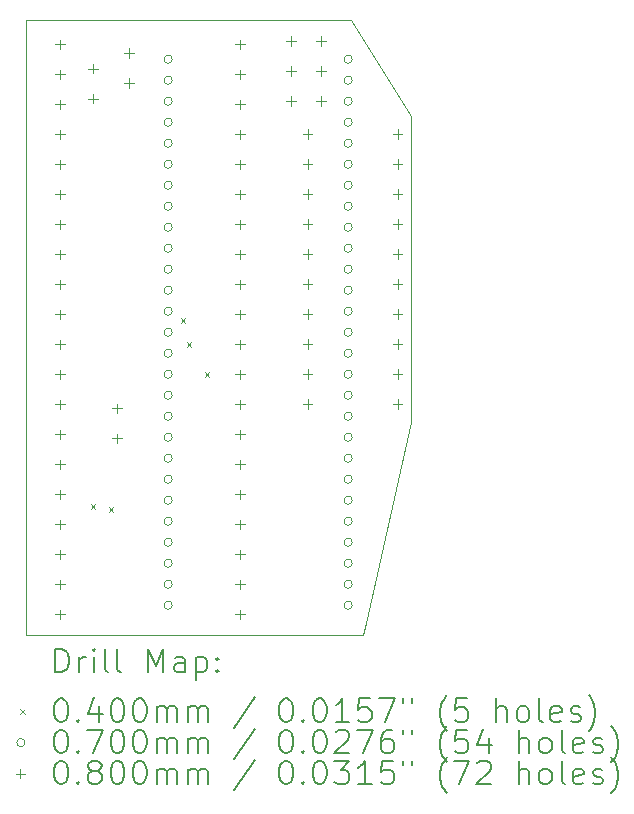
<source format=gbr>
%FSLAX45Y45*%
G04 Gerber Fmt 4.5, Leading zero omitted, Abs format (unit mm)*
G04 Created by KiCad (PCBNEW (6.0.0)) date 2023-01-29 20:38:57*
%MOMM*%
%LPD*%
G01*
G04 APERTURE LIST*
%TA.AperFunction,Profile*%
%ADD10C,0.100000*%
%TD*%
%ADD11C,0.200000*%
%ADD12C,0.040000*%
%ADD13C,0.070000*%
%ADD14C,0.080000*%
G04 APERTURE END LIST*
D10*
X11722100Y-9855200D02*
X13716000Y-9855200D01*
X14986000Y-5461000D02*
X14986000Y-8051800D01*
X14071600Y-9855200D02*
X14478000Y-9855200D01*
X14478000Y-9855200D02*
X14554200Y-9855200D01*
X14986000Y-8051800D02*
X14605000Y-9753600D01*
X14478000Y-4648200D02*
X14986000Y-5461000D01*
X14605000Y-9753600D02*
X14579600Y-9855200D01*
X13716000Y-4648200D02*
X14427200Y-4648200D01*
X11722100Y-4648200D02*
X11722100Y-8140700D01*
X14427200Y-4648200D02*
X14478000Y-4648200D01*
X14071600Y-9855200D02*
X13716000Y-9855200D01*
X14554200Y-9855200D02*
X14579600Y-9855200D01*
X13716000Y-4648200D02*
X11722100Y-4648200D01*
X11722100Y-8140700D02*
X11722100Y-9855200D01*
D11*
D12*
X12273600Y-8743000D02*
X12313600Y-8783000D01*
X12313600Y-8743000D02*
X12273600Y-8783000D01*
X12426000Y-8768400D02*
X12466000Y-8808400D01*
X12466000Y-8768400D02*
X12426000Y-8808400D01*
X13035600Y-7168200D02*
X13075600Y-7208200D01*
X13075600Y-7168200D02*
X13035600Y-7208200D01*
X13086400Y-7371400D02*
X13126400Y-7411400D01*
X13126400Y-7371400D02*
X13086400Y-7411400D01*
X13238800Y-7625400D02*
X13278800Y-7665400D01*
X13278800Y-7625400D02*
X13238800Y-7665400D01*
D13*
X12963600Y-4978400D02*
G75*
G03*
X12963600Y-4978400I-35000J0D01*
G01*
X12963600Y-5156200D02*
G75*
G03*
X12963600Y-5156200I-35000J0D01*
G01*
X12963600Y-5334000D02*
G75*
G03*
X12963600Y-5334000I-35000J0D01*
G01*
X12963600Y-5511800D02*
G75*
G03*
X12963600Y-5511800I-35000J0D01*
G01*
X12963600Y-5689600D02*
G75*
G03*
X12963600Y-5689600I-35000J0D01*
G01*
X12963600Y-5867400D02*
G75*
G03*
X12963600Y-5867400I-35000J0D01*
G01*
X12963600Y-6045200D02*
G75*
G03*
X12963600Y-6045200I-35000J0D01*
G01*
X12963600Y-6223000D02*
G75*
G03*
X12963600Y-6223000I-35000J0D01*
G01*
X12963600Y-6400800D02*
G75*
G03*
X12963600Y-6400800I-35000J0D01*
G01*
X12963600Y-6578600D02*
G75*
G03*
X12963600Y-6578600I-35000J0D01*
G01*
X12963600Y-6756400D02*
G75*
G03*
X12963600Y-6756400I-35000J0D01*
G01*
X12963600Y-6934200D02*
G75*
G03*
X12963600Y-6934200I-35000J0D01*
G01*
X12963600Y-7112000D02*
G75*
G03*
X12963600Y-7112000I-35000J0D01*
G01*
X12963600Y-7289800D02*
G75*
G03*
X12963600Y-7289800I-35000J0D01*
G01*
X12963600Y-7467600D02*
G75*
G03*
X12963600Y-7467600I-35000J0D01*
G01*
X12963600Y-7645400D02*
G75*
G03*
X12963600Y-7645400I-35000J0D01*
G01*
X12963600Y-7823200D02*
G75*
G03*
X12963600Y-7823200I-35000J0D01*
G01*
X12963600Y-8001000D02*
G75*
G03*
X12963600Y-8001000I-35000J0D01*
G01*
X12963600Y-8178800D02*
G75*
G03*
X12963600Y-8178800I-35000J0D01*
G01*
X12963600Y-8356600D02*
G75*
G03*
X12963600Y-8356600I-35000J0D01*
G01*
X12963600Y-8534400D02*
G75*
G03*
X12963600Y-8534400I-35000J0D01*
G01*
X12963600Y-8712200D02*
G75*
G03*
X12963600Y-8712200I-35000J0D01*
G01*
X12963600Y-8890000D02*
G75*
G03*
X12963600Y-8890000I-35000J0D01*
G01*
X12963600Y-9067800D02*
G75*
G03*
X12963600Y-9067800I-35000J0D01*
G01*
X12963600Y-9245600D02*
G75*
G03*
X12963600Y-9245600I-35000J0D01*
G01*
X12963600Y-9423400D02*
G75*
G03*
X12963600Y-9423400I-35000J0D01*
G01*
X12963600Y-9601200D02*
G75*
G03*
X12963600Y-9601200I-35000J0D01*
G01*
X14487600Y-4978400D02*
G75*
G03*
X14487600Y-4978400I-35000J0D01*
G01*
X14487600Y-5156200D02*
G75*
G03*
X14487600Y-5156200I-35000J0D01*
G01*
X14487600Y-5334000D02*
G75*
G03*
X14487600Y-5334000I-35000J0D01*
G01*
X14487600Y-5511800D02*
G75*
G03*
X14487600Y-5511800I-35000J0D01*
G01*
X14487600Y-5689600D02*
G75*
G03*
X14487600Y-5689600I-35000J0D01*
G01*
X14487600Y-5867400D02*
G75*
G03*
X14487600Y-5867400I-35000J0D01*
G01*
X14487600Y-6045200D02*
G75*
G03*
X14487600Y-6045200I-35000J0D01*
G01*
X14487600Y-6223000D02*
G75*
G03*
X14487600Y-6223000I-35000J0D01*
G01*
X14487600Y-6400800D02*
G75*
G03*
X14487600Y-6400800I-35000J0D01*
G01*
X14487600Y-6578600D02*
G75*
G03*
X14487600Y-6578600I-35000J0D01*
G01*
X14487600Y-6756400D02*
G75*
G03*
X14487600Y-6756400I-35000J0D01*
G01*
X14487600Y-6934200D02*
G75*
G03*
X14487600Y-6934200I-35000J0D01*
G01*
X14487600Y-7112000D02*
G75*
G03*
X14487600Y-7112000I-35000J0D01*
G01*
X14487600Y-7289800D02*
G75*
G03*
X14487600Y-7289800I-35000J0D01*
G01*
X14487600Y-7467600D02*
G75*
G03*
X14487600Y-7467600I-35000J0D01*
G01*
X14487600Y-7645400D02*
G75*
G03*
X14487600Y-7645400I-35000J0D01*
G01*
X14487600Y-7823200D02*
G75*
G03*
X14487600Y-7823200I-35000J0D01*
G01*
X14487600Y-8001000D02*
G75*
G03*
X14487600Y-8001000I-35000J0D01*
G01*
X14487600Y-8178800D02*
G75*
G03*
X14487600Y-8178800I-35000J0D01*
G01*
X14487600Y-8356600D02*
G75*
G03*
X14487600Y-8356600I-35000J0D01*
G01*
X14487600Y-8534400D02*
G75*
G03*
X14487600Y-8534400I-35000J0D01*
G01*
X14487600Y-8712200D02*
G75*
G03*
X14487600Y-8712200I-35000J0D01*
G01*
X14487600Y-8890000D02*
G75*
G03*
X14487600Y-8890000I-35000J0D01*
G01*
X14487600Y-9067800D02*
G75*
G03*
X14487600Y-9067800I-35000J0D01*
G01*
X14487600Y-9245600D02*
G75*
G03*
X14487600Y-9245600I-35000J0D01*
G01*
X14487600Y-9423400D02*
G75*
G03*
X14487600Y-9423400I-35000J0D01*
G01*
X14487600Y-9601200D02*
G75*
G03*
X14487600Y-9601200I-35000J0D01*
G01*
D14*
X12011600Y-4813150D02*
X12011600Y-4893150D01*
X11971600Y-4853150D02*
X12051600Y-4853150D01*
X12011600Y-5067150D02*
X12011600Y-5147150D01*
X11971600Y-5107150D02*
X12051600Y-5107150D01*
X12011600Y-5321150D02*
X12011600Y-5401150D01*
X11971600Y-5361150D02*
X12051600Y-5361150D01*
X12011600Y-5575150D02*
X12011600Y-5655150D01*
X11971600Y-5615150D02*
X12051600Y-5615150D01*
X12011600Y-5829150D02*
X12011600Y-5909150D01*
X11971600Y-5869150D02*
X12051600Y-5869150D01*
X12011600Y-6083150D02*
X12011600Y-6163150D01*
X11971600Y-6123150D02*
X12051600Y-6123150D01*
X12011600Y-6337150D02*
X12011600Y-6417150D01*
X11971600Y-6377150D02*
X12051600Y-6377150D01*
X12011600Y-6591150D02*
X12011600Y-6671150D01*
X11971600Y-6631150D02*
X12051600Y-6631150D01*
X12011600Y-6845150D02*
X12011600Y-6925150D01*
X11971600Y-6885150D02*
X12051600Y-6885150D01*
X12011600Y-7099150D02*
X12011600Y-7179150D01*
X11971600Y-7139150D02*
X12051600Y-7139150D01*
X12011600Y-7353150D02*
X12011600Y-7433150D01*
X11971600Y-7393150D02*
X12051600Y-7393150D01*
X12011600Y-7607150D02*
X12011600Y-7687150D01*
X11971600Y-7647150D02*
X12051600Y-7647150D01*
X12011600Y-7861150D02*
X12011600Y-7941150D01*
X11971600Y-7901150D02*
X12051600Y-7901150D01*
X12011600Y-8115150D02*
X12011600Y-8195150D01*
X11971600Y-8155150D02*
X12051600Y-8155150D01*
X12011600Y-8369150D02*
X12011600Y-8449150D01*
X11971600Y-8409150D02*
X12051600Y-8409150D01*
X12011600Y-8623150D02*
X12011600Y-8703150D01*
X11971600Y-8663150D02*
X12051600Y-8663150D01*
X12011600Y-8877150D02*
X12011600Y-8957150D01*
X11971600Y-8917150D02*
X12051600Y-8917150D01*
X12011600Y-9131150D02*
X12011600Y-9211150D01*
X11971600Y-9171150D02*
X12051600Y-9171150D01*
X12011600Y-9385150D02*
X12011600Y-9465150D01*
X11971600Y-9425150D02*
X12051600Y-9425150D01*
X12011600Y-9639150D02*
X12011600Y-9719150D01*
X11971600Y-9679150D02*
X12051600Y-9679150D01*
X12293600Y-5017500D02*
X12293600Y-5097500D01*
X12253600Y-5057500D02*
X12333600Y-5057500D01*
X12293600Y-5271500D02*
X12293600Y-5351500D01*
X12253600Y-5311500D02*
X12333600Y-5311500D01*
X12496800Y-7894631D02*
X12496800Y-7974631D01*
X12456800Y-7934631D02*
X12536800Y-7934631D01*
X12496800Y-8148631D02*
X12496800Y-8228631D01*
X12456800Y-8188631D02*
X12536800Y-8188631D01*
X12598400Y-4887600D02*
X12598400Y-4967600D01*
X12558400Y-4927600D02*
X12638400Y-4927600D01*
X12598400Y-5141600D02*
X12598400Y-5221600D01*
X12558400Y-5181600D02*
X12638400Y-5181600D01*
X13535600Y-4813150D02*
X13535600Y-4893150D01*
X13495600Y-4853150D02*
X13575600Y-4853150D01*
X13535600Y-5067150D02*
X13535600Y-5147150D01*
X13495600Y-5107150D02*
X13575600Y-5107150D01*
X13535600Y-5321150D02*
X13535600Y-5401150D01*
X13495600Y-5361150D02*
X13575600Y-5361150D01*
X13535600Y-5575150D02*
X13535600Y-5655150D01*
X13495600Y-5615150D02*
X13575600Y-5615150D01*
X13535600Y-5829150D02*
X13535600Y-5909150D01*
X13495600Y-5869150D02*
X13575600Y-5869150D01*
X13535600Y-6083150D02*
X13535600Y-6163150D01*
X13495600Y-6123150D02*
X13575600Y-6123150D01*
X13535600Y-6337150D02*
X13535600Y-6417150D01*
X13495600Y-6377150D02*
X13575600Y-6377150D01*
X13535600Y-6591150D02*
X13535600Y-6671150D01*
X13495600Y-6631150D02*
X13575600Y-6631150D01*
X13535600Y-6845150D02*
X13535600Y-6925150D01*
X13495600Y-6885150D02*
X13575600Y-6885150D01*
X13535600Y-7099150D02*
X13535600Y-7179150D01*
X13495600Y-7139150D02*
X13575600Y-7139150D01*
X13535600Y-7353150D02*
X13535600Y-7433150D01*
X13495600Y-7393150D02*
X13575600Y-7393150D01*
X13535600Y-7607150D02*
X13535600Y-7687150D01*
X13495600Y-7647150D02*
X13575600Y-7647150D01*
X13535600Y-7861150D02*
X13535600Y-7941150D01*
X13495600Y-7901150D02*
X13575600Y-7901150D01*
X13535600Y-8115150D02*
X13535600Y-8195150D01*
X13495600Y-8155150D02*
X13575600Y-8155150D01*
X13535600Y-8369150D02*
X13535600Y-8449150D01*
X13495600Y-8409150D02*
X13575600Y-8409150D01*
X13535600Y-8623150D02*
X13535600Y-8703150D01*
X13495600Y-8663150D02*
X13575600Y-8663150D01*
X13535600Y-8877150D02*
X13535600Y-8957150D01*
X13495600Y-8917150D02*
X13575600Y-8917150D01*
X13535600Y-9131150D02*
X13535600Y-9211150D01*
X13495600Y-9171150D02*
X13575600Y-9171150D01*
X13535600Y-9385150D02*
X13535600Y-9465150D01*
X13495600Y-9425150D02*
X13575600Y-9425150D01*
X13535600Y-9639150D02*
X13535600Y-9719150D01*
X13495600Y-9679150D02*
X13575600Y-9679150D01*
X13970000Y-4786000D02*
X13970000Y-4866000D01*
X13930000Y-4826000D02*
X14010000Y-4826000D01*
X13970000Y-5040000D02*
X13970000Y-5120000D01*
X13930000Y-5080000D02*
X14010000Y-5080000D01*
X13970000Y-5294000D02*
X13970000Y-5374000D01*
X13930000Y-5334000D02*
X14010000Y-5334000D01*
X14110200Y-5573400D02*
X14110200Y-5653400D01*
X14070200Y-5613400D02*
X14150200Y-5613400D01*
X14110200Y-5827400D02*
X14110200Y-5907400D01*
X14070200Y-5867400D02*
X14150200Y-5867400D01*
X14110200Y-6081400D02*
X14110200Y-6161400D01*
X14070200Y-6121400D02*
X14150200Y-6121400D01*
X14110200Y-6335400D02*
X14110200Y-6415400D01*
X14070200Y-6375400D02*
X14150200Y-6375400D01*
X14110200Y-6589400D02*
X14110200Y-6669400D01*
X14070200Y-6629400D02*
X14150200Y-6629400D01*
X14110200Y-6843400D02*
X14110200Y-6923400D01*
X14070200Y-6883400D02*
X14150200Y-6883400D01*
X14110200Y-7097400D02*
X14110200Y-7177400D01*
X14070200Y-7137400D02*
X14150200Y-7137400D01*
X14110200Y-7351400D02*
X14110200Y-7431400D01*
X14070200Y-7391400D02*
X14150200Y-7391400D01*
X14110200Y-7605400D02*
X14110200Y-7685400D01*
X14070200Y-7645400D02*
X14150200Y-7645400D01*
X14110200Y-7859400D02*
X14110200Y-7939400D01*
X14070200Y-7899400D02*
X14150200Y-7899400D01*
X14224000Y-4786000D02*
X14224000Y-4866000D01*
X14184000Y-4826000D02*
X14264000Y-4826000D01*
X14224000Y-5040000D02*
X14224000Y-5120000D01*
X14184000Y-5080000D02*
X14264000Y-5080000D01*
X14224000Y-5294000D02*
X14224000Y-5374000D01*
X14184000Y-5334000D02*
X14264000Y-5334000D01*
X14872200Y-5573400D02*
X14872200Y-5653400D01*
X14832200Y-5613400D02*
X14912200Y-5613400D01*
X14872200Y-5827400D02*
X14872200Y-5907400D01*
X14832200Y-5867400D02*
X14912200Y-5867400D01*
X14872200Y-6081400D02*
X14872200Y-6161400D01*
X14832200Y-6121400D02*
X14912200Y-6121400D01*
X14872200Y-6335400D02*
X14872200Y-6415400D01*
X14832200Y-6375400D02*
X14912200Y-6375400D01*
X14872200Y-6589400D02*
X14872200Y-6669400D01*
X14832200Y-6629400D02*
X14912200Y-6629400D01*
X14872200Y-6843400D02*
X14872200Y-6923400D01*
X14832200Y-6883400D02*
X14912200Y-6883400D01*
X14872200Y-7097400D02*
X14872200Y-7177400D01*
X14832200Y-7137400D02*
X14912200Y-7137400D01*
X14872200Y-7351400D02*
X14872200Y-7431400D01*
X14832200Y-7391400D02*
X14912200Y-7391400D01*
X14872200Y-7605400D02*
X14872200Y-7685400D01*
X14832200Y-7645400D02*
X14912200Y-7645400D01*
X14872200Y-7859400D02*
X14872200Y-7939400D01*
X14832200Y-7899400D02*
X14912200Y-7899400D01*
D11*
X11974719Y-10170676D02*
X11974719Y-9970676D01*
X12022338Y-9970676D01*
X12050909Y-9980200D01*
X12069957Y-9999248D01*
X12079481Y-10018295D01*
X12089005Y-10056390D01*
X12089005Y-10084962D01*
X12079481Y-10123057D01*
X12069957Y-10142105D01*
X12050909Y-10161152D01*
X12022338Y-10170676D01*
X11974719Y-10170676D01*
X12174719Y-10170676D02*
X12174719Y-10037343D01*
X12174719Y-10075438D02*
X12184243Y-10056390D01*
X12193767Y-10046867D01*
X12212814Y-10037343D01*
X12231862Y-10037343D01*
X12298528Y-10170676D02*
X12298528Y-10037343D01*
X12298528Y-9970676D02*
X12289005Y-9980200D01*
X12298528Y-9989724D01*
X12308052Y-9980200D01*
X12298528Y-9970676D01*
X12298528Y-9989724D01*
X12422338Y-10170676D02*
X12403290Y-10161152D01*
X12393767Y-10142105D01*
X12393767Y-9970676D01*
X12527100Y-10170676D02*
X12508052Y-10161152D01*
X12498528Y-10142105D01*
X12498528Y-9970676D01*
X12755671Y-10170676D02*
X12755671Y-9970676D01*
X12822338Y-10113533D01*
X12889005Y-9970676D01*
X12889005Y-10170676D01*
X13069957Y-10170676D02*
X13069957Y-10065914D01*
X13060433Y-10046867D01*
X13041386Y-10037343D01*
X13003290Y-10037343D01*
X12984243Y-10046867D01*
X13069957Y-10161152D02*
X13050909Y-10170676D01*
X13003290Y-10170676D01*
X12984243Y-10161152D01*
X12974719Y-10142105D01*
X12974719Y-10123057D01*
X12984243Y-10104010D01*
X13003290Y-10094486D01*
X13050909Y-10094486D01*
X13069957Y-10084962D01*
X13165195Y-10037343D02*
X13165195Y-10237343D01*
X13165195Y-10046867D02*
X13184243Y-10037343D01*
X13222338Y-10037343D01*
X13241386Y-10046867D01*
X13250909Y-10056390D01*
X13260433Y-10075438D01*
X13260433Y-10132581D01*
X13250909Y-10151629D01*
X13241386Y-10161152D01*
X13222338Y-10170676D01*
X13184243Y-10170676D01*
X13165195Y-10161152D01*
X13346148Y-10151629D02*
X13355671Y-10161152D01*
X13346148Y-10170676D01*
X13336624Y-10161152D01*
X13346148Y-10151629D01*
X13346148Y-10170676D01*
X13346148Y-10046867D02*
X13355671Y-10056390D01*
X13346148Y-10065914D01*
X13336624Y-10056390D01*
X13346148Y-10046867D01*
X13346148Y-10065914D01*
D12*
X11677100Y-10480200D02*
X11717100Y-10520200D01*
X11717100Y-10480200D02*
X11677100Y-10520200D01*
D11*
X12012814Y-10390676D02*
X12031862Y-10390676D01*
X12050909Y-10400200D01*
X12060433Y-10409724D01*
X12069957Y-10428771D01*
X12079481Y-10466867D01*
X12079481Y-10514486D01*
X12069957Y-10552581D01*
X12060433Y-10571629D01*
X12050909Y-10581152D01*
X12031862Y-10590676D01*
X12012814Y-10590676D01*
X11993767Y-10581152D01*
X11984243Y-10571629D01*
X11974719Y-10552581D01*
X11965195Y-10514486D01*
X11965195Y-10466867D01*
X11974719Y-10428771D01*
X11984243Y-10409724D01*
X11993767Y-10400200D01*
X12012814Y-10390676D01*
X12165195Y-10571629D02*
X12174719Y-10581152D01*
X12165195Y-10590676D01*
X12155671Y-10581152D01*
X12165195Y-10571629D01*
X12165195Y-10590676D01*
X12346148Y-10457343D02*
X12346148Y-10590676D01*
X12298528Y-10381152D02*
X12250909Y-10524010D01*
X12374719Y-10524010D01*
X12489005Y-10390676D02*
X12508052Y-10390676D01*
X12527100Y-10400200D01*
X12536624Y-10409724D01*
X12546148Y-10428771D01*
X12555671Y-10466867D01*
X12555671Y-10514486D01*
X12546148Y-10552581D01*
X12536624Y-10571629D01*
X12527100Y-10581152D01*
X12508052Y-10590676D01*
X12489005Y-10590676D01*
X12469957Y-10581152D01*
X12460433Y-10571629D01*
X12450909Y-10552581D01*
X12441386Y-10514486D01*
X12441386Y-10466867D01*
X12450909Y-10428771D01*
X12460433Y-10409724D01*
X12469957Y-10400200D01*
X12489005Y-10390676D01*
X12679481Y-10390676D02*
X12698528Y-10390676D01*
X12717576Y-10400200D01*
X12727100Y-10409724D01*
X12736624Y-10428771D01*
X12746148Y-10466867D01*
X12746148Y-10514486D01*
X12736624Y-10552581D01*
X12727100Y-10571629D01*
X12717576Y-10581152D01*
X12698528Y-10590676D01*
X12679481Y-10590676D01*
X12660433Y-10581152D01*
X12650909Y-10571629D01*
X12641386Y-10552581D01*
X12631862Y-10514486D01*
X12631862Y-10466867D01*
X12641386Y-10428771D01*
X12650909Y-10409724D01*
X12660433Y-10400200D01*
X12679481Y-10390676D01*
X12831862Y-10590676D02*
X12831862Y-10457343D01*
X12831862Y-10476390D02*
X12841386Y-10466867D01*
X12860433Y-10457343D01*
X12889005Y-10457343D01*
X12908052Y-10466867D01*
X12917576Y-10485914D01*
X12917576Y-10590676D01*
X12917576Y-10485914D02*
X12927100Y-10466867D01*
X12946148Y-10457343D01*
X12974719Y-10457343D01*
X12993767Y-10466867D01*
X13003290Y-10485914D01*
X13003290Y-10590676D01*
X13098528Y-10590676D02*
X13098528Y-10457343D01*
X13098528Y-10476390D02*
X13108052Y-10466867D01*
X13127100Y-10457343D01*
X13155671Y-10457343D01*
X13174719Y-10466867D01*
X13184243Y-10485914D01*
X13184243Y-10590676D01*
X13184243Y-10485914D02*
X13193767Y-10466867D01*
X13212814Y-10457343D01*
X13241386Y-10457343D01*
X13260433Y-10466867D01*
X13269957Y-10485914D01*
X13269957Y-10590676D01*
X13660433Y-10381152D02*
X13489005Y-10638295D01*
X13917576Y-10390676D02*
X13936624Y-10390676D01*
X13955671Y-10400200D01*
X13965195Y-10409724D01*
X13974719Y-10428771D01*
X13984243Y-10466867D01*
X13984243Y-10514486D01*
X13974719Y-10552581D01*
X13965195Y-10571629D01*
X13955671Y-10581152D01*
X13936624Y-10590676D01*
X13917576Y-10590676D01*
X13898528Y-10581152D01*
X13889005Y-10571629D01*
X13879481Y-10552581D01*
X13869957Y-10514486D01*
X13869957Y-10466867D01*
X13879481Y-10428771D01*
X13889005Y-10409724D01*
X13898528Y-10400200D01*
X13917576Y-10390676D01*
X14069957Y-10571629D02*
X14079481Y-10581152D01*
X14069957Y-10590676D01*
X14060433Y-10581152D01*
X14069957Y-10571629D01*
X14069957Y-10590676D01*
X14203290Y-10390676D02*
X14222338Y-10390676D01*
X14241386Y-10400200D01*
X14250909Y-10409724D01*
X14260433Y-10428771D01*
X14269957Y-10466867D01*
X14269957Y-10514486D01*
X14260433Y-10552581D01*
X14250909Y-10571629D01*
X14241386Y-10581152D01*
X14222338Y-10590676D01*
X14203290Y-10590676D01*
X14184243Y-10581152D01*
X14174719Y-10571629D01*
X14165195Y-10552581D01*
X14155671Y-10514486D01*
X14155671Y-10466867D01*
X14165195Y-10428771D01*
X14174719Y-10409724D01*
X14184243Y-10400200D01*
X14203290Y-10390676D01*
X14460433Y-10590676D02*
X14346148Y-10590676D01*
X14403290Y-10590676D02*
X14403290Y-10390676D01*
X14384243Y-10419248D01*
X14365195Y-10438295D01*
X14346148Y-10447819D01*
X14641386Y-10390676D02*
X14546148Y-10390676D01*
X14536624Y-10485914D01*
X14546148Y-10476390D01*
X14565195Y-10466867D01*
X14612814Y-10466867D01*
X14631862Y-10476390D01*
X14641386Y-10485914D01*
X14650909Y-10504962D01*
X14650909Y-10552581D01*
X14641386Y-10571629D01*
X14631862Y-10581152D01*
X14612814Y-10590676D01*
X14565195Y-10590676D01*
X14546148Y-10581152D01*
X14536624Y-10571629D01*
X14717576Y-10390676D02*
X14850909Y-10390676D01*
X14765195Y-10590676D01*
X14917576Y-10390676D02*
X14917576Y-10428771D01*
X14993767Y-10390676D02*
X14993767Y-10428771D01*
X15289005Y-10666867D02*
X15279481Y-10657343D01*
X15260433Y-10628771D01*
X15250909Y-10609724D01*
X15241386Y-10581152D01*
X15231862Y-10533533D01*
X15231862Y-10495438D01*
X15241386Y-10447819D01*
X15250909Y-10419248D01*
X15260433Y-10400200D01*
X15279481Y-10371629D01*
X15289005Y-10362105D01*
X15460433Y-10390676D02*
X15365195Y-10390676D01*
X15355671Y-10485914D01*
X15365195Y-10476390D01*
X15384243Y-10466867D01*
X15431862Y-10466867D01*
X15450909Y-10476390D01*
X15460433Y-10485914D01*
X15469957Y-10504962D01*
X15469957Y-10552581D01*
X15460433Y-10571629D01*
X15450909Y-10581152D01*
X15431862Y-10590676D01*
X15384243Y-10590676D01*
X15365195Y-10581152D01*
X15355671Y-10571629D01*
X15708052Y-10590676D02*
X15708052Y-10390676D01*
X15793767Y-10590676D02*
X15793767Y-10485914D01*
X15784243Y-10466867D01*
X15765195Y-10457343D01*
X15736624Y-10457343D01*
X15717576Y-10466867D01*
X15708052Y-10476390D01*
X15917576Y-10590676D02*
X15898528Y-10581152D01*
X15889005Y-10571629D01*
X15879481Y-10552581D01*
X15879481Y-10495438D01*
X15889005Y-10476390D01*
X15898528Y-10466867D01*
X15917576Y-10457343D01*
X15946148Y-10457343D01*
X15965195Y-10466867D01*
X15974719Y-10476390D01*
X15984243Y-10495438D01*
X15984243Y-10552581D01*
X15974719Y-10571629D01*
X15965195Y-10581152D01*
X15946148Y-10590676D01*
X15917576Y-10590676D01*
X16098528Y-10590676D02*
X16079481Y-10581152D01*
X16069957Y-10562105D01*
X16069957Y-10390676D01*
X16250909Y-10581152D02*
X16231862Y-10590676D01*
X16193767Y-10590676D01*
X16174719Y-10581152D01*
X16165195Y-10562105D01*
X16165195Y-10485914D01*
X16174719Y-10466867D01*
X16193767Y-10457343D01*
X16231862Y-10457343D01*
X16250909Y-10466867D01*
X16260433Y-10485914D01*
X16260433Y-10504962D01*
X16165195Y-10524010D01*
X16336624Y-10581152D02*
X16355671Y-10590676D01*
X16393767Y-10590676D01*
X16412814Y-10581152D01*
X16422338Y-10562105D01*
X16422338Y-10552581D01*
X16412814Y-10533533D01*
X16393767Y-10524010D01*
X16365195Y-10524010D01*
X16346148Y-10514486D01*
X16336624Y-10495438D01*
X16336624Y-10485914D01*
X16346148Y-10466867D01*
X16365195Y-10457343D01*
X16393767Y-10457343D01*
X16412814Y-10466867D01*
X16489005Y-10666867D02*
X16498528Y-10657343D01*
X16517576Y-10628771D01*
X16527100Y-10609724D01*
X16536624Y-10581152D01*
X16546148Y-10533533D01*
X16546148Y-10495438D01*
X16536624Y-10447819D01*
X16527100Y-10419248D01*
X16517576Y-10400200D01*
X16498528Y-10371629D01*
X16489005Y-10362105D01*
D13*
X11717100Y-10764200D02*
G75*
G03*
X11717100Y-10764200I-35000J0D01*
G01*
D11*
X12012814Y-10654676D02*
X12031862Y-10654676D01*
X12050909Y-10664200D01*
X12060433Y-10673724D01*
X12069957Y-10692771D01*
X12079481Y-10730867D01*
X12079481Y-10778486D01*
X12069957Y-10816581D01*
X12060433Y-10835629D01*
X12050909Y-10845152D01*
X12031862Y-10854676D01*
X12012814Y-10854676D01*
X11993767Y-10845152D01*
X11984243Y-10835629D01*
X11974719Y-10816581D01*
X11965195Y-10778486D01*
X11965195Y-10730867D01*
X11974719Y-10692771D01*
X11984243Y-10673724D01*
X11993767Y-10664200D01*
X12012814Y-10654676D01*
X12165195Y-10835629D02*
X12174719Y-10845152D01*
X12165195Y-10854676D01*
X12155671Y-10845152D01*
X12165195Y-10835629D01*
X12165195Y-10854676D01*
X12241386Y-10654676D02*
X12374719Y-10654676D01*
X12289005Y-10854676D01*
X12489005Y-10654676D02*
X12508052Y-10654676D01*
X12527100Y-10664200D01*
X12536624Y-10673724D01*
X12546148Y-10692771D01*
X12555671Y-10730867D01*
X12555671Y-10778486D01*
X12546148Y-10816581D01*
X12536624Y-10835629D01*
X12527100Y-10845152D01*
X12508052Y-10854676D01*
X12489005Y-10854676D01*
X12469957Y-10845152D01*
X12460433Y-10835629D01*
X12450909Y-10816581D01*
X12441386Y-10778486D01*
X12441386Y-10730867D01*
X12450909Y-10692771D01*
X12460433Y-10673724D01*
X12469957Y-10664200D01*
X12489005Y-10654676D01*
X12679481Y-10654676D02*
X12698528Y-10654676D01*
X12717576Y-10664200D01*
X12727100Y-10673724D01*
X12736624Y-10692771D01*
X12746148Y-10730867D01*
X12746148Y-10778486D01*
X12736624Y-10816581D01*
X12727100Y-10835629D01*
X12717576Y-10845152D01*
X12698528Y-10854676D01*
X12679481Y-10854676D01*
X12660433Y-10845152D01*
X12650909Y-10835629D01*
X12641386Y-10816581D01*
X12631862Y-10778486D01*
X12631862Y-10730867D01*
X12641386Y-10692771D01*
X12650909Y-10673724D01*
X12660433Y-10664200D01*
X12679481Y-10654676D01*
X12831862Y-10854676D02*
X12831862Y-10721343D01*
X12831862Y-10740390D02*
X12841386Y-10730867D01*
X12860433Y-10721343D01*
X12889005Y-10721343D01*
X12908052Y-10730867D01*
X12917576Y-10749914D01*
X12917576Y-10854676D01*
X12917576Y-10749914D02*
X12927100Y-10730867D01*
X12946148Y-10721343D01*
X12974719Y-10721343D01*
X12993767Y-10730867D01*
X13003290Y-10749914D01*
X13003290Y-10854676D01*
X13098528Y-10854676D02*
X13098528Y-10721343D01*
X13098528Y-10740390D02*
X13108052Y-10730867D01*
X13127100Y-10721343D01*
X13155671Y-10721343D01*
X13174719Y-10730867D01*
X13184243Y-10749914D01*
X13184243Y-10854676D01*
X13184243Y-10749914D02*
X13193767Y-10730867D01*
X13212814Y-10721343D01*
X13241386Y-10721343D01*
X13260433Y-10730867D01*
X13269957Y-10749914D01*
X13269957Y-10854676D01*
X13660433Y-10645152D02*
X13489005Y-10902295D01*
X13917576Y-10654676D02*
X13936624Y-10654676D01*
X13955671Y-10664200D01*
X13965195Y-10673724D01*
X13974719Y-10692771D01*
X13984243Y-10730867D01*
X13984243Y-10778486D01*
X13974719Y-10816581D01*
X13965195Y-10835629D01*
X13955671Y-10845152D01*
X13936624Y-10854676D01*
X13917576Y-10854676D01*
X13898528Y-10845152D01*
X13889005Y-10835629D01*
X13879481Y-10816581D01*
X13869957Y-10778486D01*
X13869957Y-10730867D01*
X13879481Y-10692771D01*
X13889005Y-10673724D01*
X13898528Y-10664200D01*
X13917576Y-10654676D01*
X14069957Y-10835629D02*
X14079481Y-10845152D01*
X14069957Y-10854676D01*
X14060433Y-10845152D01*
X14069957Y-10835629D01*
X14069957Y-10854676D01*
X14203290Y-10654676D02*
X14222338Y-10654676D01*
X14241386Y-10664200D01*
X14250909Y-10673724D01*
X14260433Y-10692771D01*
X14269957Y-10730867D01*
X14269957Y-10778486D01*
X14260433Y-10816581D01*
X14250909Y-10835629D01*
X14241386Y-10845152D01*
X14222338Y-10854676D01*
X14203290Y-10854676D01*
X14184243Y-10845152D01*
X14174719Y-10835629D01*
X14165195Y-10816581D01*
X14155671Y-10778486D01*
X14155671Y-10730867D01*
X14165195Y-10692771D01*
X14174719Y-10673724D01*
X14184243Y-10664200D01*
X14203290Y-10654676D01*
X14346148Y-10673724D02*
X14355671Y-10664200D01*
X14374719Y-10654676D01*
X14422338Y-10654676D01*
X14441386Y-10664200D01*
X14450909Y-10673724D01*
X14460433Y-10692771D01*
X14460433Y-10711819D01*
X14450909Y-10740390D01*
X14336624Y-10854676D01*
X14460433Y-10854676D01*
X14527100Y-10654676D02*
X14660433Y-10654676D01*
X14574719Y-10854676D01*
X14822338Y-10654676D02*
X14784243Y-10654676D01*
X14765195Y-10664200D01*
X14755671Y-10673724D01*
X14736624Y-10702295D01*
X14727100Y-10740390D01*
X14727100Y-10816581D01*
X14736624Y-10835629D01*
X14746148Y-10845152D01*
X14765195Y-10854676D01*
X14803290Y-10854676D01*
X14822338Y-10845152D01*
X14831862Y-10835629D01*
X14841386Y-10816581D01*
X14841386Y-10768962D01*
X14831862Y-10749914D01*
X14822338Y-10740390D01*
X14803290Y-10730867D01*
X14765195Y-10730867D01*
X14746148Y-10740390D01*
X14736624Y-10749914D01*
X14727100Y-10768962D01*
X14917576Y-10654676D02*
X14917576Y-10692771D01*
X14993767Y-10654676D02*
X14993767Y-10692771D01*
X15289005Y-10930867D02*
X15279481Y-10921343D01*
X15260433Y-10892771D01*
X15250909Y-10873724D01*
X15241386Y-10845152D01*
X15231862Y-10797533D01*
X15231862Y-10759438D01*
X15241386Y-10711819D01*
X15250909Y-10683248D01*
X15260433Y-10664200D01*
X15279481Y-10635629D01*
X15289005Y-10626105D01*
X15460433Y-10654676D02*
X15365195Y-10654676D01*
X15355671Y-10749914D01*
X15365195Y-10740390D01*
X15384243Y-10730867D01*
X15431862Y-10730867D01*
X15450909Y-10740390D01*
X15460433Y-10749914D01*
X15469957Y-10768962D01*
X15469957Y-10816581D01*
X15460433Y-10835629D01*
X15450909Y-10845152D01*
X15431862Y-10854676D01*
X15384243Y-10854676D01*
X15365195Y-10845152D01*
X15355671Y-10835629D01*
X15641386Y-10721343D02*
X15641386Y-10854676D01*
X15593767Y-10645152D02*
X15546148Y-10788010D01*
X15669957Y-10788010D01*
X15898528Y-10854676D02*
X15898528Y-10654676D01*
X15984243Y-10854676D02*
X15984243Y-10749914D01*
X15974719Y-10730867D01*
X15955671Y-10721343D01*
X15927100Y-10721343D01*
X15908052Y-10730867D01*
X15898528Y-10740390D01*
X16108052Y-10854676D02*
X16089005Y-10845152D01*
X16079481Y-10835629D01*
X16069957Y-10816581D01*
X16069957Y-10759438D01*
X16079481Y-10740390D01*
X16089005Y-10730867D01*
X16108052Y-10721343D01*
X16136624Y-10721343D01*
X16155671Y-10730867D01*
X16165195Y-10740390D01*
X16174719Y-10759438D01*
X16174719Y-10816581D01*
X16165195Y-10835629D01*
X16155671Y-10845152D01*
X16136624Y-10854676D01*
X16108052Y-10854676D01*
X16289005Y-10854676D02*
X16269957Y-10845152D01*
X16260433Y-10826105D01*
X16260433Y-10654676D01*
X16441386Y-10845152D02*
X16422338Y-10854676D01*
X16384243Y-10854676D01*
X16365195Y-10845152D01*
X16355671Y-10826105D01*
X16355671Y-10749914D01*
X16365195Y-10730867D01*
X16384243Y-10721343D01*
X16422338Y-10721343D01*
X16441386Y-10730867D01*
X16450909Y-10749914D01*
X16450909Y-10768962D01*
X16355671Y-10788010D01*
X16527100Y-10845152D02*
X16546148Y-10854676D01*
X16584243Y-10854676D01*
X16603290Y-10845152D01*
X16612814Y-10826105D01*
X16612814Y-10816581D01*
X16603290Y-10797533D01*
X16584243Y-10788010D01*
X16555671Y-10788010D01*
X16536624Y-10778486D01*
X16527100Y-10759438D01*
X16527100Y-10749914D01*
X16536624Y-10730867D01*
X16555671Y-10721343D01*
X16584243Y-10721343D01*
X16603290Y-10730867D01*
X16679481Y-10930867D02*
X16689005Y-10921343D01*
X16708052Y-10892771D01*
X16717576Y-10873724D01*
X16727100Y-10845152D01*
X16736624Y-10797533D01*
X16736624Y-10759438D01*
X16727100Y-10711819D01*
X16717576Y-10683248D01*
X16708052Y-10664200D01*
X16689005Y-10635629D01*
X16679481Y-10626105D01*
D14*
X11677100Y-10988200D02*
X11677100Y-11068200D01*
X11637100Y-11028200D02*
X11717100Y-11028200D01*
D11*
X12012814Y-10918676D02*
X12031862Y-10918676D01*
X12050909Y-10928200D01*
X12060433Y-10937724D01*
X12069957Y-10956771D01*
X12079481Y-10994867D01*
X12079481Y-11042486D01*
X12069957Y-11080581D01*
X12060433Y-11099629D01*
X12050909Y-11109152D01*
X12031862Y-11118676D01*
X12012814Y-11118676D01*
X11993767Y-11109152D01*
X11984243Y-11099629D01*
X11974719Y-11080581D01*
X11965195Y-11042486D01*
X11965195Y-10994867D01*
X11974719Y-10956771D01*
X11984243Y-10937724D01*
X11993767Y-10928200D01*
X12012814Y-10918676D01*
X12165195Y-11099629D02*
X12174719Y-11109152D01*
X12165195Y-11118676D01*
X12155671Y-11109152D01*
X12165195Y-11099629D01*
X12165195Y-11118676D01*
X12289005Y-11004390D02*
X12269957Y-10994867D01*
X12260433Y-10985343D01*
X12250909Y-10966295D01*
X12250909Y-10956771D01*
X12260433Y-10937724D01*
X12269957Y-10928200D01*
X12289005Y-10918676D01*
X12327100Y-10918676D01*
X12346148Y-10928200D01*
X12355671Y-10937724D01*
X12365195Y-10956771D01*
X12365195Y-10966295D01*
X12355671Y-10985343D01*
X12346148Y-10994867D01*
X12327100Y-11004390D01*
X12289005Y-11004390D01*
X12269957Y-11013914D01*
X12260433Y-11023438D01*
X12250909Y-11042486D01*
X12250909Y-11080581D01*
X12260433Y-11099629D01*
X12269957Y-11109152D01*
X12289005Y-11118676D01*
X12327100Y-11118676D01*
X12346148Y-11109152D01*
X12355671Y-11099629D01*
X12365195Y-11080581D01*
X12365195Y-11042486D01*
X12355671Y-11023438D01*
X12346148Y-11013914D01*
X12327100Y-11004390D01*
X12489005Y-10918676D02*
X12508052Y-10918676D01*
X12527100Y-10928200D01*
X12536624Y-10937724D01*
X12546148Y-10956771D01*
X12555671Y-10994867D01*
X12555671Y-11042486D01*
X12546148Y-11080581D01*
X12536624Y-11099629D01*
X12527100Y-11109152D01*
X12508052Y-11118676D01*
X12489005Y-11118676D01*
X12469957Y-11109152D01*
X12460433Y-11099629D01*
X12450909Y-11080581D01*
X12441386Y-11042486D01*
X12441386Y-10994867D01*
X12450909Y-10956771D01*
X12460433Y-10937724D01*
X12469957Y-10928200D01*
X12489005Y-10918676D01*
X12679481Y-10918676D02*
X12698528Y-10918676D01*
X12717576Y-10928200D01*
X12727100Y-10937724D01*
X12736624Y-10956771D01*
X12746148Y-10994867D01*
X12746148Y-11042486D01*
X12736624Y-11080581D01*
X12727100Y-11099629D01*
X12717576Y-11109152D01*
X12698528Y-11118676D01*
X12679481Y-11118676D01*
X12660433Y-11109152D01*
X12650909Y-11099629D01*
X12641386Y-11080581D01*
X12631862Y-11042486D01*
X12631862Y-10994867D01*
X12641386Y-10956771D01*
X12650909Y-10937724D01*
X12660433Y-10928200D01*
X12679481Y-10918676D01*
X12831862Y-11118676D02*
X12831862Y-10985343D01*
X12831862Y-11004390D02*
X12841386Y-10994867D01*
X12860433Y-10985343D01*
X12889005Y-10985343D01*
X12908052Y-10994867D01*
X12917576Y-11013914D01*
X12917576Y-11118676D01*
X12917576Y-11013914D02*
X12927100Y-10994867D01*
X12946148Y-10985343D01*
X12974719Y-10985343D01*
X12993767Y-10994867D01*
X13003290Y-11013914D01*
X13003290Y-11118676D01*
X13098528Y-11118676D02*
X13098528Y-10985343D01*
X13098528Y-11004390D02*
X13108052Y-10994867D01*
X13127100Y-10985343D01*
X13155671Y-10985343D01*
X13174719Y-10994867D01*
X13184243Y-11013914D01*
X13184243Y-11118676D01*
X13184243Y-11013914D02*
X13193767Y-10994867D01*
X13212814Y-10985343D01*
X13241386Y-10985343D01*
X13260433Y-10994867D01*
X13269957Y-11013914D01*
X13269957Y-11118676D01*
X13660433Y-10909152D02*
X13489005Y-11166295D01*
X13917576Y-10918676D02*
X13936624Y-10918676D01*
X13955671Y-10928200D01*
X13965195Y-10937724D01*
X13974719Y-10956771D01*
X13984243Y-10994867D01*
X13984243Y-11042486D01*
X13974719Y-11080581D01*
X13965195Y-11099629D01*
X13955671Y-11109152D01*
X13936624Y-11118676D01*
X13917576Y-11118676D01*
X13898528Y-11109152D01*
X13889005Y-11099629D01*
X13879481Y-11080581D01*
X13869957Y-11042486D01*
X13869957Y-10994867D01*
X13879481Y-10956771D01*
X13889005Y-10937724D01*
X13898528Y-10928200D01*
X13917576Y-10918676D01*
X14069957Y-11099629D02*
X14079481Y-11109152D01*
X14069957Y-11118676D01*
X14060433Y-11109152D01*
X14069957Y-11099629D01*
X14069957Y-11118676D01*
X14203290Y-10918676D02*
X14222338Y-10918676D01*
X14241386Y-10928200D01*
X14250909Y-10937724D01*
X14260433Y-10956771D01*
X14269957Y-10994867D01*
X14269957Y-11042486D01*
X14260433Y-11080581D01*
X14250909Y-11099629D01*
X14241386Y-11109152D01*
X14222338Y-11118676D01*
X14203290Y-11118676D01*
X14184243Y-11109152D01*
X14174719Y-11099629D01*
X14165195Y-11080581D01*
X14155671Y-11042486D01*
X14155671Y-10994867D01*
X14165195Y-10956771D01*
X14174719Y-10937724D01*
X14184243Y-10928200D01*
X14203290Y-10918676D01*
X14336624Y-10918676D02*
X14460433Y-10918676D01*
X14393767Y-10994867D01*
X14422338Y-10994867D01*
X14441386Y-11004390D01*
X14450909Y-11013914D01*
X14460433Y-11032962D01*
X14460433Y-11080581D01*
X14450909Y-11099629D01*
X14441386Y-11109152D01*
X14422338Y-11118676D01*
X14365195Y-11118676D01*
X14346148Y-11109152D01*
X14336624Y-11099629D01*
X14650909Y-11118676D02*
X14536624Y-11118676D01*
X14593767Y-11118676D02*
X14593767Y-10918676D01*
X14574719Y-10947248D01*
X14555671Y-10966295D01*
X14536624Y-10975819D01*
X14831862Y-10918676D02*
X14736624Y-10918676D01*
X14727100Y-11013914D01*
X14736624Y-11004390D01*
X14755671Y-10994867D01*
X14803290Y-10994867D01*
X14822338Y-11004390D01*
X14831862Y-11013914D01*
X14841386Y-11032962D01*
X14841386Y-11080581D01*
X14831862Y-11099629D01*
X14822338Y-11109152D01*
X14803290Y-11118676D01*
X14755671Y-11118676D01*
X14736624Y-11109152D01*
X14727100Y-11099629D01*
X14917576Y-10918676D02*
X14917576Y-10956771D01*
X14993767Y-10918676D02*
X14993767Y-10956771D01*
X15289005Y-11194867D02*
X15279481Y-11185343D01*
X15260433Y-11156771D01*
X15250909Y-11137724D01*
X15241386Y-11109152D01*
X15231862Y-11061533D01*
X15231862Y-11023438D01*
X15241386Y-10975819D01*
X15250909Y-10947248D01*
X15260433Y-10928200D01*
X15279481Y-10899629D01*
X15289005Y-10890105D01*
X15346148Y-10918676D02*
X15479481Y-10918676D01*
X15393767Y-11118676D01*
X15546148Y-10937724D02*
X15555671Y-10928200D01*
X15574719Y-10918676D01*
X15622338Y-10918676D01*
X15641386Y-10928200D01*
X15650909Y-10937724D01*
X15660433Y-10956771D01*
X15660433Y-10975819D01*
X15650909Y-11004390D01*
X15536624Y-11118676D01*
X15660433Y-11118676D01*
X15898528Y-11118676D02*
X15898528Y-10918676D01*
X15984243Y-11118676D02*
X15984243Y-11013914D01*
X15974719Y-10994867D01*
X15955671Y-10985343D01*
X15927100Y-10985343D01*
X15908052Y-10994867D01*
X15898528Y-11004390D01*
X16108052Y-11118676D02*
X16089005Y-11109152D01*
X16079481Y-11099629D01*
X16069957Y-11080581D01*
X16069957Y-11023438D01*
X16079481Y-11004390D01*
X16089005Y-10994867D01*
X16108052Y-10985343D01*
X16136624Y-10985343D01*
X16155671Y-10994867D01*
X16165195Y-11004390D01*
X16174719Y-11023438D01*
X16174719Y-11080581D01*
X16165195Y-11099629D01*
X16155671Y-11109152D01*
X16136624Y-11118676D01*
X16108052Y-11118676D01*
X16289005Y-11118676D02*
X16269957Y-11109152D01*
X16260433Y-11090105D01*
X16260433Y-10918676D01*
X16441386Y-11109152D02*
X16422338Y-11118676D01*
X16384243Y-11118676D01*
X16365195Y-11109152D01*
X16355671Y-11090105D01*
X16355671Y-11013914D01*
X16365195Y-10994867D01*
X16384243Y-10985343D01*
X16422338Y-10985343D01*
X16441386Y-10994867D01*
X16450909Y-11013914D01*
X16450909Y-11032962D01*
X16355671Y-11052010D01*
X16527100Y-11109152D02*
X16546148Y-11118676D01*
X16584243Y-11118676D01*
X16603290Y-11109152D01*
X16612814Y-11090105D01*
X16612814Y-11080581D01*
X16603290Y-11061533D01*
X16584243Y-11052010D01*
X16555671Y-11052010D01*
X16536624Y-11042486D01*
X16527100Y-11023438D01*
X16527100Y-11013914D01*
X16536624Y-10994867D01*
X16555671Y-10985343D01*
X16584243Y-10985343D01*
X16603290Y-10994867D01*
X16679481Y-11194867D02*
X16689005Y-11185343D01*
X16708052Y-11156771D01*
X16717576Y-11137724D01*
X16727100Y-11109152D01*
X16736624Y-11061533D01*
X16736624Y-11023438D01*
X16727100Y-10975819D01*
X16717576Y-10947248D01*
X16708052Y-10928200D01*
X16689005Y-10899629D01*
X16679481Y-10890105D01*
M02*

</source>
